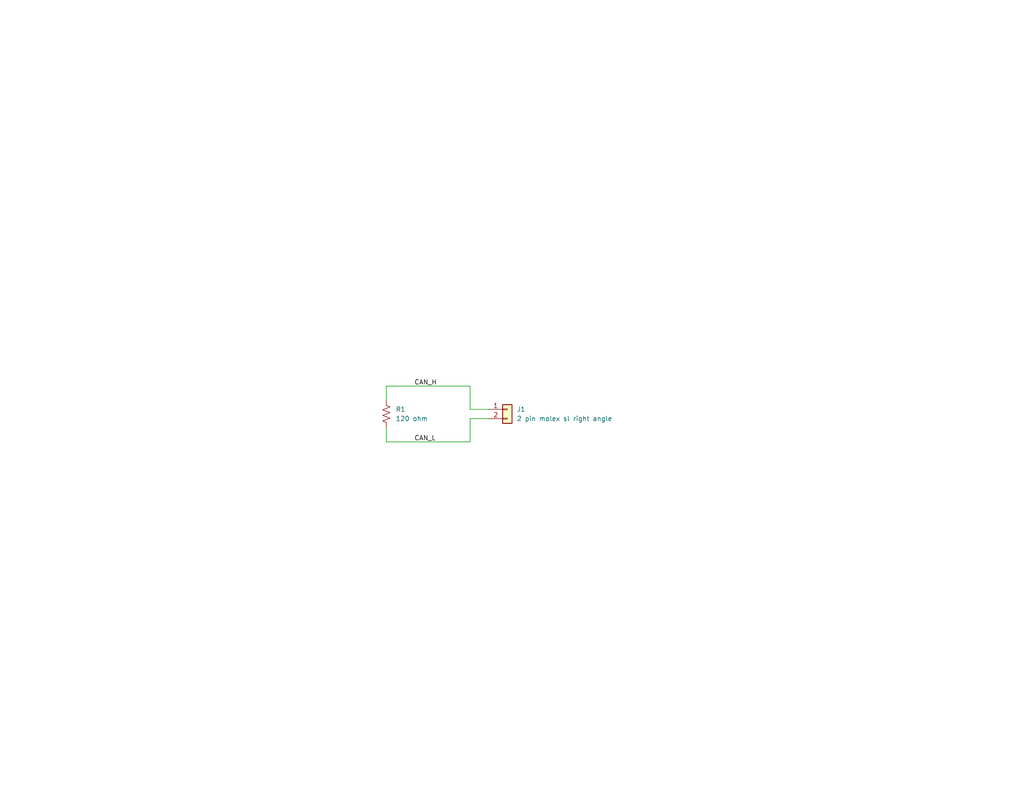
<source format=kicad_sch>
(kicad_sch (version 20230121) (generator eeschema)
  (paper "USLetter")
  (title_block (title "CAN Terminator") (date "2022-08-20") (rev "V1.0") (company "971 Spartan Robotics"))
  (lib_symbols
    (symbol "Connector_Generic:Conn_01x02" (pin_names (offset 1.016) hide)
      (property "Reference" "J" (at 0 2.54 0))
      (property "Value" "Conn_01x02" (at 0 -5.08 0))
      (symbol "Conn_01x02_1_1"
        (rectangle (start -1.27 -2.413) (end 0 -2.667) (stroke (width 0.1524)))
        (rectangle (start -1.27 0.127) (end 0 -0.127) (stroke (width 0.1524)))
        (rectangle (start -1.27 1.27) (end 1.27 -3.81) (stroke (width 0.254)) (fill (type background)))
        (pin passive line (at -5.08 0 0) (length 3.81) (name "Pin_1") (number "1"))
        (pin passive line (at -5.08 -2.54 0) (length 3.81) (name "Pin_2") (number "2"))
      )
    )
    (symbol "Device:R_US" (pin_numbers hide) (pin_names (offset 0))
      (property "Reference" "R" (at 2.54 0 90))
      (property "Value" "R_US" (at -2.54 0 90))
      (symbol "R_US_0_1"
        (polyline (pts (xy 0 -2.286) (xy 0 -2.54)))
        (polyline (pts (xy 0 2.286) (xy 0 2.54)))
        (polyline (pts (xy 0 -0.762) (xy 1.016 -1.143) (xy 0 -1.524) (xy -1.016 -1.905) (xy 0 -2.286)))
        (polyline (pts (xy 0 0.762) (xy 1.016 0.381) (xy 0 0) (xy -1.016 -0.381) (xy 0 -0.762)))
        (polyline (pts (xy 0 2.286) (xy 1.016 1.905) (xy 0 1.524) (xy -1.016 1.143) (xy 0 0.762)))
      )
      (symbol "R_US_1_1"
        (pin passive line (at 0 3.81 270) (length 1.27) (name "~") (number "1"))
        (pin passive line (at 0 -3.81 90) (length 1.27) (name "~") (number "2"))
      )
    )
  )
  (wire (pts (xy 128.27 111.76) (xy 128.27 105.41)))
  (wire (pts (xy 105.41 105.41) (xy 105.41 109.22)))
  (wire (pts (xy 128.27 120.65) (xy 128.27 114.3)))
  (wire (pts (xy 105.41 120.65) (xy 128.27 120.65)))
  (wire (pts (xy 128.27 105.41) (xy 105.41 105.41)))
  (wire (pts (xy 133.35 111.76) (xy 128.27 111.76)))
  (wire (pts (xy 105.41 116.84) (xy 105.41 120.65)))
  (wire (pts (xy 128.27 114.3) (xy 133.35 114.3)))
  (label "CAN_L" (at 113.03 120.65 0))
  (label "CAN_H" (at 113.03 105.41 0))
  (symbol (lib_id "Device:R_US") (at 105.41 113.03 0) (unit 1)
    (property "Reference" "R1" (at 107.95 111.7599 0) (effects (justify left)))
    (property "Value" "120 ohm" (at 107.95 114.2999 0) (effects (justify left)))
    (property "Footprint" "Resistor_SMD:R_0805_2012Metric" (effects hide))
    (property "MFG" "YAGEO" (effects hide))
    (property "MFG P/N" "RC0805FR-07120RL" (effects hide))
    (property "DIST" "Digikey" (effects hide))
    (property "DIST P/N" "311-120CRCT-ND" (effects hide))
  )
  (symbol (lib_id "Connector_Generic:Conn_01x02") (at 138.43 111.76 0) (unit 1)
    (property "Reference" "J1" (at 140.97 111.7599 0) (effects (justify left)))
    (property "Value" "2 pin molex sl right angle" (at 140.97 114.2999 0) (effects (justify left)))
    (property "Footprint" "CAN_terminator:70555-0036" (effects hide))
    (property "Datasheet" "Components/Molex-705550001_sd.pdf" (effects hide))
    (property "MFG" "Molex" (effects hide))
    (property "MFG P/N" "70555-0036" (effects hide))
    (property "DIST" "Digikey" (effects hide))
    (property "DIST P/N" "WM4175-ND" (effects hide))
  )
)
</source>
